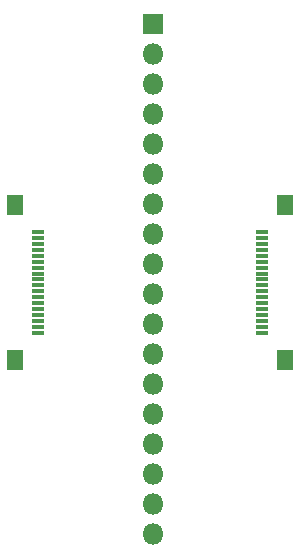
<source format=gbr>
%TF.GenerationSoftware,KiCad,Pcbnew,5.1.6-c6e7f7d~86~ubuntu18.04.1*%
%TF.CreationDate,2020-06-16T08:09:56-04:00*%
%TF.ProjectId,FPC 18 0.5 Breakout,46504320-3138-4203-902e-352042726561,rev?*%
%TF.SameCoordinates,Original*%
%TF.FileFunction,Soldermask,Top*%
%TF.FilePolarity,Negative*%
%FSLAX46Y46*%
G04 Gerber Fmt 4.6, Leading zero omitted, Abs format (unit mm)*
G04 Created by KiCad (PCBNEW 5.1.6-c6e7f7d~86~ubuntu18.04.1) date 2020-06-16 08:09:56*
%MOMM*%
%LPD*%
G01*
G04 APERTURE LIST*
%ADD10R,1.400000X1.750000*%
%ADD11R,1.100000X0.400000*%
%ADD12O,1.800000X1.800000*%
%ADD13R,1.800000X1.800000*%
G04 APERTURE END LIST*
D10*
%TO.C,J3*%
X172600000Y-124525000D03*
X172600000Y-111475000D03*
D11*
X174500000Y-120750000D03*
X174500000Y-119250000D03*
X174500000Y-120250000D03*
X174500000Y-118250000D03*
X174500000Y-118750000D03*
X174500000Y-122250000D03*
X174500000Y-119750000D03*
X174500000Y-121250000D03*
X174500000Y-121750000D03*
X174500000Y-117750000D03*
X174500000Y-117250000D03*
X174500000Y-116750000D03*
X174500000Y-116250000D03*
X174500000Y-115750000D03*
X174500000Y-115250000D03*
X174500000Y-114750000D03*
X174500000Y-114250000D03*
X174500000Y-113750000D03*
%TD*%
D12*
%TO.C,J2*%
X184275001Y-139305001D03*
X184275001Y-136765001D03*
X184275001Y-134225001D03*
X184275001Y-131685001D03*
X184275001Y-129145001D03*
X184275001Y-126605001D03*
X184275001Y-124065001D03*
X184275001Y-121525001D03*
X184275001Y-118985001D03*
X184275001Y-116445001D03*
X184275001Y-113905001D03*
X184275001Y-111365001D03*
X184275001Y-108825001D03*
X184275001Y-106285001D03*
X184275001Y-103745001D03*
X184275001Y-101205001D03*
X184275001Y-98665001D03*
D13*
X184275001Y-96125001D03*
%TD*%
D10*
%TO.C,J1*%
X195400000Y-111475000D03*
X195400000Y-124525000D03*
D11*
X193500000Y-115250000D03*
X193500000Y-116750000D03*
X193500000Y-115750000D03*
X193500000Y-117750000D03*
X193500000Y-117250000D03*
X193500000Y-113750000D03*
X193500000Y-116250000D03*
X193500000Y-114750000D03*
X193500000Y-114250000D03*
X193500000Y-118250000D03*
X193500000Y-118750000D03*
X193500000Y-119250000D03*
X193500000Y-119750000D03*
X193500000Y-120250000D03*
X193500000Y-120750000D03*
X193500000Y-121250000D03*
X193500000Y-121750000D03*
X193500000Y-122250000D03*
%TD*%
M02*

</source>
